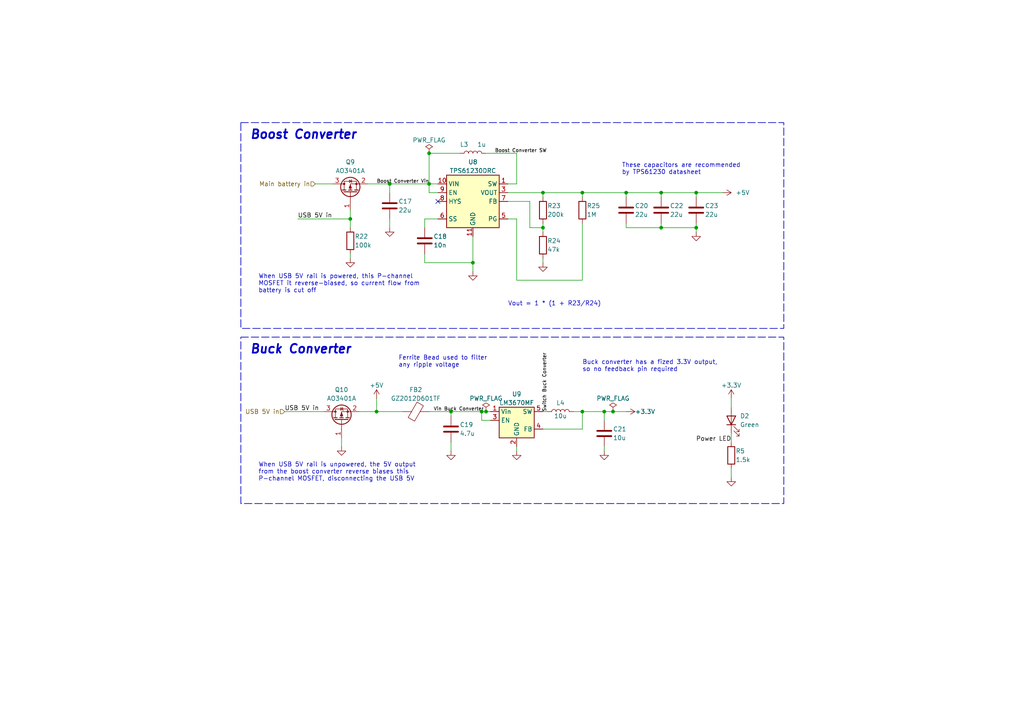
<source format=kicad_sch>
(kicad_sch (version 20230121) (generator eeschema)
  (paper "A4")
  (title_block (title "Power Supply") (date "2023-09-29") (rev "1.1"))
  (lib_symbols
    (symbol "Device:C" (pin_numbers hide) (pin_names (offset 0.254))
      (property "Reference" "C" (at 0.635 2.54 0))
      (property "Value" "C" (at 0.635 -2.54 0))
      (symbol "C_0_1"
        (polyline (pts (xy -2.032 -0.762) (xy 2.032 -0.762)) (stroke (width 0.508)))
        (polyline (pts (xy -2.032 0.762) (xy 2.032 0.762)) (stroke (width 0.508)))
      )
      (symbol "C_1_1"
        (pin passive line (at 0 3.81 270) (length 2.794) (name "~") (number "1"))
        (pin passive line (at 0 -3.81 90) (length 2.794) (name "~") (number "2"))
      )
    )
    (symbol "Device:FerriteBead" (pin_numbers hide) (pin_names (offset 0))
      (property "Reference" "FB" (at -3.81 0.635 90))
      (property "Value" "FerriteBead" (at 3.81 0 90))
      (symbol "FerriteBead_0_1"
        (polyline (pts (xy 0 -1.27) (xy 0 -1.2192)))
        (polyline (pts (xy 0 1.27) (xy 0 1.2954)))
        (polyline (pts (xy -2.7686 0.4064) (xy -1.7018 2.2606) (xy 2.7686 -0.3048) (xy 1.6764 -2.159) (xy -2.7686 0.4064)))
      )
      (symbol "FerriteBead_1_1"
        (pin passive line (at 0 3.81 270) (length 2.54) (name "~") (number "1"))
        (pin passive line (at 0 -3.81 90) (length 2.54) (name "~") (number "2"))
      )
    )
    (symbol "Device:L" (pin_numbers hide) (pin_names (offset 1.016) hide)
      (property "Reference" "L" (at -1.27 0 90))
      (property "Value" "L" (at 1.905 0 90))
      (symbol "L_0_1"
        (arc (start 0 -2.54) (mid 0.6323 -1.905) (end 0 -1.27))
        (arc (start 0 -1.27) (mid 0.6323 -0.635) (end 0 0))
        (arc (start 0 0) (mid 0.6323 0.635) (end 0 1.27))
        (arc (start 0 1.27) (mid 0.6323 1.905) (end 0 2.54))
      )
      (symbol "L_1_1"
        (pin passive line (at 0 3.81 270) (length 1.27) (name "1") (number "1"))
        (pin passive line (at 0 -3.81 90) (length 1.27) (name "2") (number "2"))
      )
    )
    (symbol "Device:LED" (pin_numbers hide) (pin_names (offset 1.016) hide)
      (property "Reference" "D" (at 0 2.54 0))
      (property "Value" "LED" (at 0 -2.54 0))
      (symbol "LED_0_1"
        (polyline (pts (xy -1.27 -1.27) (xy -1.27 1.27)) (stroke (width 0.254)))
        (polyline (pts (xy -1.27 0) (xy 1.27 0)))
        (polyline (pts (xy 1.27 -1.27) (xy 1.27 1.27) (xy -1.27 0) (xy 1.27 -1.27)) (stroke (width 0.254)))
        (polyline (pts (xy -3.048 -0.762) (xy -4.572 -2.286) (xy -3.81 -2.286) (xy -4.572 -2.286) (xy -4.572 -1.524)))
        (polyline (pts (xy -1.778 -0.762) (xy -3.302 -2.286) (xy -2.54 -2.286) (xy -3.302 -2.286) (xy -3.302 -1.524)))
      )
      (symbol "LED_1_1"
        (pin passive line (at -3.81 0 0) (length 2.54) (name "K") (number "1"))
        (pin passive line (at 3.81 0 180) (length 2.54) (name "A") (number "2"))
      )
    )
    (symbol "Device:R" (pin_numbers hide) (pin_names (offset 0))
      (property "Reference" "R" (at 2.032 0 90))
      (property "Value" "R" (at 0 0 90))
      (symbol "R_0_1"
        (rectangle (start -1.016 -2.54) (end 1.016 2.54) (stroke (width 0.254)))
      )
      (symbol "R_1_1"
        (pin passive line (at 0 3.81 270) (length 1.27) (name "~") (number "1"))
        (pin passive line (at 0 -3.81 90) (length 1.27) (name "~") (number "2"))
      )
    )
    (symbol "Regulator_Switching:LM3670MF"
      (property "Reference" "U" (at -5.08 5.08 0))
      (property "Value" "LM3670MF" (at 0 5.08 0))
      (symbol "LM3670MF_0_1"
        (rectangle (start -5.08 3.81) (end 5.08 -5.08) (stroke (width 0.254)) (fill (type background)))
      )
      (symbol "LM3670MF_1_1"
        (pin power_in line (at -7.62 2.54 0) (length 2.54) (name "Vin") (number "1"))
        (pin power_in line (at 0 -7.62 90) (length 2.54) (name "GND") (number "2"))
        (pin input line (at -7.62 0 0) (length 2.54) (name "EN") (number "3"))
        (pin input line (at 7.62 -2.54 180) (length 2.54) (name "FB") (number "4"))
        (pin input line (at 7.62 2.54 180) (length 2.54) (name "SW") (number "5"))
      )
    )
    (symbol "Regulator_Switching:TPS61230DRC"
      (property "Reference" "U" (at -7.62 11.43 0))
      (property "Value" "TPS61230DRC" (at -7.62 8.89 0))
      (symbol "TPS61230DRC_0_1"
        (rectangle (start -7.62 7.62) (end 7.62 -7.62) (stroke (width 0.254)) (fill (type background)))
      )
      (symbol "TPS61230DRC_1_1"
        (pin power_out line (at 10.16 5.08 180) (length 2.54) (name "SW") (number "1"))
        (pin power_in line (at -10.16 5.08 0) (length 2.54) (name "VIN") (number "10"))
        (pin power_in line (at 0 -10.16 90) (length 2.54) (name "GND") (number "11"))
        (pin passive line (at 10.16 5.08 180) (length 2.54) hide (name "SW") (number "2"))
        (pin power_out line (at 10.16 2.54 180) (length 2.54) (name "VOUT") (number "3"))
        (pin passive line (at 10.16 2.54 180) (length 2.54) hide (name "VOUT") (number "4"))
        (pin output line (at 10.16 -5.08 180) (length 2.54) (name "PG") (number "5"))
        (pin input line (at -10.16 -5.08 0) (length 2.54) (name "SS") (number "6"))
        (pin input line (at 10.16 0 180) (length 2.54) (name "FB") (number "7"))
        (pin output line (at -10.16 0 0) (length 2.54) (name "HYS") (number "8"))
        (pin input line (at -10.16 2.54 0) (length 2.54) (name "EN") (number "9"))
      )
    )
    (symbol "Transistor_FET:AO3401A" (pin_names hide)
      (property "Reference" "Q" (at 5.08 1.905 0))
      (property "Value" "AO3401A" (at 5.08 0 0))
      (symbol "AO3401A_0_1"
        (polyline (pts (xy 0.254 0) (xy -2.54 0)))
        (polyline (pts (xy 0.254 1.905) (xy 0.254 -1.905)) (stroke (width 0.254)))
        (polyline (pts (xy 0.762 -1.27) (xy 0.762 -2.286)) (stroke (width 0.254)))
        (polyline (pts (xy 0.762 0.508) (xy 0.762 -0.508)) (stroke (width 0.254)))
        (polyline (pts (xy 0.762 2.286) (xy 0.762 1.27)) (stroke (width 0.254)))
        (polyline (pts (xy 2.54 2.54) (xy 2.54 1.778)))
        (polyline (pts (xy 2.54 -2.54) (xy 2.54 0) (xy 0.762 0)))
        (polyline (pts (xy 0.762 1.778) (xy 3.302 1.778) (xy 3.302 -1.778) (xy 0.762 -1.778)))
        (polyline (pts (xy 2.286 0) (xy 1.27 0.381) (xy 1.27 -0.381) (xy 2.286 0)) (fill (type outline)))
        (polyline (pts (xy 2.794 -0.508) (xy 2.921 -0.381) (xy 3.683 -0.381) (xy 3.81 -0.254)))
        (polyline (pts (xy 3.302 -0.381) (xy 2.921 0.254) (xy 3.683 0.254) (xy 3.302 -0.381)))
        (circle (center 1.651 0) (radius 2.794) (stroke (width 0.254)))
        (circle (center 2.54 -1.778) (radius 0.254) (fill (type outline)))
        (circle (center 2.54 1.778) (radius 0.254) (fill (type outline)))
      )
      (symbol "AO3401A_1_1"
        (pin input line (at -5.08 0 0) (length 2.54) (name "G") (number "1"))
        (pin passive line (at 2.54 -5.08 90) (length 2.54) (name "S") (number "2"))
        (pin passive line (at 2.54 5.08 270) (length 2.54) (name "D") (number "3"))
      )
    )
    (symbol "power:+3.3V" (power) (pin_names (offset 0))
      (property "Value" "+3.3V" (at 0 3.556 0))
      (symbol "+3.3V_0_1"
        (polyline (pts (xy -0.762 1.27) (xy 0 2.54)))
        (polyline (pts (xy 0 0) (xy 0 2.54)))
        (polyline (pts (xy 0 2.54) (xy 0.762 1.27)))
      )
      (symbol "+3.3V_1_1"
        (pin power_in line (at 0 0 90) (length 0) hide (name "+3.3V") (number "1"))
      )
    )
    (symbol "power:+5V" (power) (pin_names (offset 0))
      (property "Value" "+5V" (at 0 3.556 0))
      (symbol "+5V_0_1"
        (polyline (pts (xy -0.762 1.27) (xy 0 2.54)))
        (polyline (pts (xy 0 0) (xy 0 2.54)))
        (polyline (pts (xy 0 2.54) (xy 0.762 1.27)))
      )
      (symbol "+5V_1_1"
        (pin power_in line (at 0 0 90) (length 0) hide (name "+5V") (number "1"))
      )
    )
    (symbol "power:GND" (power) (pin_names (offset 0))
      (property "Value" "GND" (at 0 -3.81 0))
      (symbol "GND_0_1"
        (polyline (pts (xy 0 0) (xy 0 -1.27) (xy 1.27 -1.27) (xy 0 -2.54) (xy -1.27 -1.27) (xy 0 -1.27)))
      )
      (symbol "GND_1_1"
        (pin power_in line (at 0 0 270) (length 0) hide (name "GND") (number "1"))
      )
    )
    (symbol "power:PWR_FLAG" (power) (pin_numbers hide) (pin_names (offset 0) hide)
      (property "Value" "PWR_FLAG" (at 0 3.81 0))
      (symbol "PWR_FLAG_0_0"
        (pin power_out line (at 0 0 90) (length 0) (name "pwr") (number "1"))
      )
      (symbol "PWR_FLAG_0_1"
        (polyline (pts (xy 0 0) (xy 0 1.27) (xy -1.016 1.905) (xy 0 2.54) (xy 1.016 1.905) (xy 0 1.27)))
      )
    )
  )
  (junction (at 139.7 119.38))
  (junction (at 101.6 63.5))
  (junction (at 140.97 119.38))
  (junction (at 177.8 119.38))
  (junction (at 109.22 119.38))
  (junction (at 157.48 66.04))
  (junction (at 124.46 44.45))
  (junction (at 168.91 55.88))
  (junction (at 113.03 53.34))
  (junction (at 130.81 119.38))
  (junction (at 124.46 53.34))
  (junction (at 168.91 119.38))
  (junction (at 137.16 76.2))
  (junction (at 181.61 55.88))
  (junction (at 201.93 66.04))
  (junction (at 201.93 55.88))
  (junction (at 157.48 55.88))
  (junction (at 191.77 55.88))
  (junction (at 175.26 119.38))
  (junction (at 191.77 66.04))
  (no_connect (at 127 58.42))
  (wire (pts (xy 157.48 64.77) (xy 157.48 66.04)))
  (wire (pts (xy 124.46 53.34) (xy 127 53.34)))
  (wire (pts (xy 153.67 58.42) (xy 153.67 66.04)))
  (wire (pts (xy 149.86 129.54) (xy 149.86 130.81)))
  (wire (pts (xy 212.09 115.57) (xy 212.09 118.11)))
  (wire (pts (xy 99.06 127) (xy 99.06 129.54)))
  (wire (pts (xy 157.48 76.2) (xy 157.48 74.93)))
  (wire (pts (xy 104.14 119.38) (xy 109.22 119.38)))
  (wire (pts (xy 212.09 135.89) (xy 212.09 138.43)))
  (wire (pts (xy 137.16 76.2) (xy 137.16 78.74)))
  (wire (pts (xy 123.19 63.5) (xy 123.19 66.04)))
  (wire (pts (xy 101.6 60.96) (xy 101.6 63.5)))
  (wire (pts (xy 113.03 53.34) (xy 124.46 53.34)))
  (wire (pts (xy 212.09 125.73) (xy 212.09 128.27)))
  (wire (pts (xy 101.6 73.66) (xy 101.6 74.93)))
  (wire (pts (xy 127 63.5) (xy 123.19 63.5)))
  (wire (pts (xy 157.48 57.15) (xy 157.48 55.88)))
  (wire (pts (xy 147.32 55.88) (xy 157.48 55.88)))
  (wire (pts (xy 147.32 58.42) (xy 153.67 58.42)))
  (wire (pts (xy 124.46 119.38) (xy 130.81 119.38)))
  (wire (pts (xy 142.24 121.92) (xy 139.7 121.92)))
  (wire (pts (xy 113.03 53.34) (xy 113.03 55.88)))
  (wire (pts (xy 201.93 55.88) (xy 201.93 57.15)))
  (wire (pts (xy 130.81 119.38) (xy 139.7 119.38)))
  (wire (pts (xy 140.97 44.45) (xy 149.86 44.45)))
  (wire (pts (xy 139.7 121.92) (xy 139.7 119.38)))
  (wire (pts (xy 175.26 119.38) (xy 175.26 121.92)))
  (wire (pts (xy 168.91 124.46) (xy 168.91 119.38)))
  (wire (pts (xy 86.36 63.5) (xy 101.6 63.5)))
  (wire (pts (xy 137.16 68.58) (xy 137.16 76.2)))
  (wire (pts (xy 147.32 53.34) (xy 149.86 53.34)))
  (wire (pts (xy 127 55.88) (xy 124.46 55.88)))
  (wire (pts (xy 153.67 66.04) (xy 157.48 66.04)))
  (wire (pts (xy 191.77 55.88) (xy 191.77 57.15)))
  (wire (pts (xy 109.22 119.38) (xy 116.84 119.38)))
  (wire (pts (xy 157.48 124.46) (xy 168.91 124.46)))
  (wire (pts (xy 101.6 63.5) (xy 101.6 66.04)))
  (wire (pts (xy 168.91 64.77) (xy 168.91 81.28)))
  (wire (pts (xy 140.97 119.38) (xy 142.24 119.38)))
  (wire (pts (xy 191.77 64.77) (xy 191.77 66.04)))
  (wire (pts (xy 191.77 66.04) (xy 201.93 66.04)))
  (wire (pts (xy 157.48 55.88) (xy 168.91 55.88)))
  (wire (pts (xy 123.19 76.2) (xy 137.16 76.2)))
  (wire (pts (xy 201.93 66.04) (xy 201.93 67.31)))
  (wire (pts (xy 130.81 128.27) (xy 130.81 130.81)))
  (wire (pts (xy 113.03 63.5) (xy 113.03 66.04)))
  (wire (pts (xy 168.91 55.88) (xy 181.61 55.88)))
  (wire (pts (xy 177.8 119.38) (xy 175.26 119.38)))
  (wire (pts (xy 168.91 55.88) (xy 168.91 57.15)))
  (wire (pts (xy 177.8 119.38) (xy 181.61 119.38)))
  (wire (pts (xy 168.91 119.38) (xy 166.37 119.38)))
  (wire (pts (xy 109.22 115.57) (xy 109.22 119.38)))
  (wire (pts (xy 91.44 53.34) (xy 96.52 53.34)))
  (wire (pts (xy 133.35 44.45) (xy 124.46 44.45)))
  (wire (pts (xy 124.46 55.88) (xy 124.46 53.34)))
  (wire (pts (xy 106.68 53.34) (xy 113.03 53.34)))
  (wire (pts (xy 181.61 66.04) (xy 191.77 66.04)))
  (wire (pts (xy 123.19 73.66) (xy 123.19 76.2)))
  (wire (pts (xy 124.46 44.45) (xy 124.46 53.34)))
  (wire (pts (xy 130.81 119.38) (xy 130.81 120.65)))
  (wire (pts (xy 139.7 119.38) (xy 140.97 119.38)))
  (wire (pts (xy 149.86 44.45) (xy 149.86 53.34)))
  (wire (pts (xy 181.61 55.88) (xy 181.61 57.15)))
  (wire (pts (xy 181.61 55.88) (xy 191.77 55.88)))
  (wire (pts (xy 82.55 119.38) (xy 93.98 119.38)))
  (wire (pts (xy 181.61 64.77) (xy 181.61 66.04)))
  (wire (pts (xy 201.93 55.88) (xy 191.77 55.88)))
  (wire (pts (xy 175.26 129.54) (xy 175.26 130.81)))
  (wire (pts (xy 149.86 63.5) (xy 149.86 81.28)))
  (wire (pts (xy 168.91 81.28) (xy 149.86 81.28)))
  (wire (pts (xy 157.48 67.31) (xy 157.48 66.04)))
  (wire (pts (xy 201.93 66.04) (xy 201.93 64.77)))
  (wire (pts (xy 201.93 55.88) (xy 209.55 55.88)))
  (wire (pts (xy 157.48 119.38) (xy 158.75 119.38)))
  (wire (pts (xy 168.91 119.38) (xy 175.26 119.38)))
  (wire (pts (xy 149.86 63.5) (xy 147.32 63.5)))
  (rectangle (start 69.85 35.56) (end 227.33 95.25) (stroke (width 0.2) (type dash)))
  (rectangle (start 69.85 97.79) (end 227.33 146.05) (stroke (width 0.2) (type dash)))
  (text "Ferrite Bead used to filter\nany ripple voltage" (at 115.57 106.68 0) (effects (font (size 1.27 1.27)) (justify left bottom)))
  (text "When USB 5V rail is unpowered, the 5V output \nfrom the boost converter reverse biases this\nP-channel MOSFET, disconnecting the USB 5V" (at 74.93 139.7 0) (effects (font (size 1.27 1.27)) (justify left bottom)))
  (text "Vout = 1 * (1 + R23/R24)" (at 147.32 88.9 0) (effects (font (size 1.27 1.27)) (justify left bottom)))
  (text "These capacitors are recommended\nby TPS61230 datasheet" (at 180.34 50.8 0) (effects (font (size 1.27 1.27)) (justify left bottom)))
  (text "Buck Converter" (at 72.39 102.87 0) (effects (font (size 2.54 2.54) (thickness 0.508) bold italic) (justify left bottom)))
  (text "Buck converter has a fized 3.3V output,\nso no feedback pin required" (at 168.91 107.95 0) (effects (font (size 1.27 1.27)) (justify left bottom)))
  (text "When USB 5V rail is powered, this P-channel\nMOSFET it reverse-biased, so current flow from\nbattery is cut off" (at 74.93 85.09 0) (effects (font (size 1.27 1.27)) (justify left bottom)))
  (text "Boost Converter" (at 72.39 40.64 0) (effects (font (size 2.54 2.54) (thickness 0.508) bold italic) (justify left bottom)))
  (label "USB 5V in" (at 82.55 119.38 0))
  (label "Switch Buck Converter" (at 158.75 119.38 90) (effects (font (size 1 1))))
  (label "Boost Converter SW" (at 143.51 44.45 0) (effects (font (size 1 1))))
  (label "Boost Converter Vin" (at 109.22 53.34 0) (effects (font (size 1 1))))
  (label "USB 5V in" (at 86.36 63.5 0))
  (label "Vin Buck Converter" (at 125.73 119.38 0) (effects (font (size 1 1))))
  (label "Power LED" (at 212.09 128.27 180))
  (hierarchical_label "USB 5V in" (shape input) (at 82.55 119.38 180))
  (hierarchical_label "Main battery in" (shape input) (at 91.44 53.34 180))
  (symbol (lib_id "Device:R") (at 212.09 132.08 0) (unit 1)
    (property "Reference" "R5" (at 213.36 130.81 0) (effects (justify left)))
    (property "Value" "1.5k" (at 213.36 133.35 0) (effects (justify left)))
    (property "Footprint" "Resistor_SMD:R_0603_1608Metric" (effects hide))
    (instances (project "Flight Computer" (path "" (reference "R5") (unit 1)) (path "" (reference "R24") (unit 1))))
  )
  (symbol (lib_id "Transistor_FET:AO3401A") (at 101.6 55.88 90) (unit 1)
    (property "Reference" "Q9" (at 101.6 46.99 90))
    (property "Value" "AO3401A" (at 101.6 49.53 90))
    (property "Footprint" "Package_TO_SOT_SMD:SOT-23" (effects hide))
    (property "Datasheet" "http://www.aosmd.com/pdfs/datasheet/AO3401A.pdf" (effects hide))
  )
  (symbol (lib_id "power:GND") (at 212.09 138.43 0) (unit 1)
    (property "Reference" "#PWR077" (effects hide))
    (property "Value" "GND" (effects hide))
    (instances (project "Flight Computer" (path "" (reference "#PWR077") (unit 1)) (path "" (reference "#PWR087") (unit 1))))
  )
  (symbol (lib_id "power:GND") (at 137.16 78.74 0) (unit 1)
    (property "Reference" "#PWR066" (effects hide))
    (property "Value" "GND" (effects hide))
    (instances (project "Flight Computer" (path "" (reference "#PWR066") (unit 1)) (path "" (reference "#PWR067") (unit 1))))
  )
  (symbol (lib_id "Device:FerriteBead") (at 120.65 119.38 90) (unit 1)
    (property "Reference" "FB2" (at 120.5992 113.03 90))
    (property "Value" "GZ2012D601TF" (at 120.5992 115.57 90))
    (property "Footprint" "Inductor_SMD:L_0805_2012Metric" (effects hide))
  )
  (symbol (lib_id "power:+3.3V") (at 212.09 115.57 0) (unit 1)
    (property "Reference" "#PWR076" (effects hide))
    (property "Value" "+3.3V" (at 212.09 111.76 0))
    (instances (project "Flight Computer" (path "" (reference "#PWR076") (unit 1)) (path "" (reference "#PWR077") (unit 1))))
  )
  (symbol (lib_id "Device:R") (at 168.91 60.96 0) (unit 1)
    (property "Reference" "R25" (at 170.18 59.69 0) (effects (justify left)))
    (property "Value" "1M" (at 170.18 62.23 0) (effects (justify left)))
    (property "Footprint" "Resistor_SMD:R_0402_1005Metric" (effects hide))
    (instances (project "Flight Computer" (path "" (reference "R25") (unit 1)) (path "" (reference "R23") (unit 1))))
  )
  (symbol (lib_id "Regulator_Switching:LM3670MF") (at 149.86 121.92 0) (unit 1)
    (property "Reference" "U9" (at 149.86 114.3 0))
    (property "Value" "LM3670MF" (at 149.86 116.84 0))
    (property "Footprint" "Package_TO_SOT_SMD:TSOT-23-5" (effects hide))
    (property "Datasheet" "http://www.ti.com/lit/ds/symlink/lm3670.pdf" (effects hide))
  )
  (symbol (lib_id "Device:C") (at 123.19 69.85 0) (unit 1)
    (property "Reference" "C18" (at 125.73 68.58 0) (effects (justify left)))
    (property "Value" "10n" (at 125.73 71.12 0) (effects (justify left)))
    (property "Footprint" "Capacitor_SMD:C_0402_1005Metric" (effects hide))
  )
  (symbol (lib_id "power:GND") (at 99.06 129.54 0) (unit 1)
    (property "Reference" "#PWR065" (effects hide))
    (property "Value" "GND" (effects hide))
    (instances (project "Flight Computer" (path "" (reference "#PWR065") (unit 1)) (path "" (reference "#PWR061") (unit 1))))
  )
  (symbol (lib_id "power:PWR_FLAG") (at 140.97 119.38 0) (unit 1)
    (property "Reference" "#FLG02" (effects hide))
    (property "Value" "PWR_FLAG" (at 140.97 115.57 0))
    (instances (project "Flight Computer" (path "" (reference "#FLG02") (unit 1)) (path "" (reference "#FLG07") (unit 1)) (path "" (reference "#FLG03") (unit 1))))
  )
  (symbol (lib_id "power:GND") (at 101.6 74.93 0) (unit 1)
    (property "Reference" "#PWR063" (effects hide))
    (property "Value" "GND" (effects hide))
  )
  (symbol (lib_id "Device:R") (at 157.48 71.12 0) (unit 1)
    (property "Reference" "R24" (at 158.75 69.85 0) (effects (justify left)))
    (property "Value" "47k" (at 158.75 72.39 0) (effects (justify left)))
    (property "Footprint" "Resistor_SMD:R_0402_1005Metric" (effects hide))
    (instances (project "Flight Computer" (path "" (reference "R24") (unit 1)) (path "" (reference "R22") (unit 1))))
  )
  (symbol (lib_id "power:GND") (at 157.48 76.2 0) (unit 1)
    (property "Reference" "#PWR068" (effects hide))
    (property "Value" "GND" (effects hide))
    (instances (project "Flight Computer" (path "" (reference "#PWR068") (unit 1)) (path "" (reference "#PWR069") (unit 1))))
  )
  (symbol (lib_id "power:GND") (at 149.86 130.81 0) (unit 1)
    (property "Reference" "#PWR069" (effects hide))
    (property "Value" "GND" (effects hide))
    (instances (project "Flight Computer" (path "" (reference "#PWR069") (unit 1)) (path "" (reference "#PWR068") (unit 1))))
  )
  (symbol (lib_id "power:GND") (at 201.93 67.31 0) (unit 1)
    (property "Reference" "#PWR072" (effects hide))
    (property "Value" "GND" (effects hide))
  )
  (symbol (lib_id "Device:R") (at 101.6 69.85 0) (unit 1)
    (property "Reference" "R22" (at 102.87 68.58 0) (effects (justify left)))
    (property "Value" "100k" (at 102.87 71.12 0) (effects (justify left)))
    (property "Footprint" "Resistor_SMD:R_0402_1005Metric" (effects hide))
    (instances (project "Flight Computer" (path "" (reference "R22") (unit 1)) (path "" (reference "R1") (unit 1))))
  )
  (symbol (lib_id "power:PWR_FLAG") (at 124.46 44.45 0) (unit 1)
    (property "Reference" "#FLG02" (effects hide))
    (property "Value" "PWR_FLAG" (at 124.46 40.64 0))
    (instances (project "Flight Computer" (path "" (reference "#FLG02") (unit 1)) (path "" (reference "#FLG06") (unit 1)) (path "" (reference "#FLG01") (unit 1))))
  )
  (symbol (lib_id "Device:C") (at 113.03 59.69 0) (unit 1)
    (property "Reference" "C17" (at 115.57 58.42 0) (effects (justify left)))
    (property "Value" "22u" (at 115.57 60.96 0) (effects (justify left)))
    (property "Footprint" "Capacitor_SMD:C_0805_2012Metric" (effects hide))
  )
  (symbol (lib_id "Transistor_FET:AO3401A") (at 99.06 121.92 90) (unit 1)
    (property "Reference" "Q10" (at 99.06 113.03 90))
    (property "Value" "AO3401A" (at 99.06 115.57 90))
    (property "Footprint" "Package_TO_SOT_SMD:SOT-23" (effects hide))
    (property "Datasheet" "http://www.aosmd.com/pdfs/datasheet/AO3401A.pdf" (effects hide))
    (instances (project "Flight Computer" (path "" (reference "Q10") (unit 1)) (path "" (reference "Q4") (unit 1))))
  )
  (symbol (lib_id "Device:C") (at 130.81 124.46 0) (unit 1)
    (property "Reference" "C19" (at 133.35 123.19 0) (effects (justify left)))
    (property "Value" "4.7u" (at 133.35 125.73 0) (effects (justify left)))
    (property "Footprint" "Capacitor_SMD:C_0603_1608Metric" (effects hide))
  )
  (symbol (lib_id "Device:C") (at 201.93 60.96 0) (unit 1)
    (property "Reference" "C23" (at 204.47 59.69 0) (effects (justify left)))
    (property "Value" "22u" (at 204.47 62.23 0) (effects (justify left)))
    (property "Footprint" "Capacitor_SMD:C_0805_2012Metric" (effects hide))
  )
  (symbol (lib_id "Device:C") (at 175.26 125.73 0) (unit 1)
    (property "Reference" "C21" (at 177.8 124.46 0) (effects (justify left)))
    (property "Value" "10u" (at 177.8 127 0) (effects (justify left)))
    (property "Footprint" "Capacitor_SMD:C_0805_2012Metric" (effects hide))
    (instances (project "Flight Computer" (path "" (reference "C21") (unit 1)) (path "" (reference "C20") (unit 1))))
  )
  (symbol (lib_id "Device:L") (at 162.56 119.38 90) (unit 1)
    (property "Reference" "L4" (at 162.56 116.84 90))
    (property "Value" "10u" (at 162.56 120.65 90))
    (property "Footprint" "Inductor_SMD:L_Sunlord_SWPA4030S" (effects hide))
    (instances (project "Flight Computer" (path "" (reference "L4") (unit 1)) (path "" (reference "L2") (unit 1))))
  )
  (symbol (lib_id "power:GND") (at 175.26 130.81 0) (unit 1)
    (property "Reference" "#PWR070" (effects hide))
    (property "Value" "GND" (effects hide))
  )
  (symbol (lib_id "power:+5V") (at 209.55 55.88 270) (unit 1)
    (property "Reference" "#PWR088" (effects hide))
    (property "Value" "+5V" (at 213.36 55.88 90) (effects (justify left)))
    (instances (project "Flight Computer" (path "" (reference "#PWR088") (unit 1)) (path "" (reference "#PWR076") (unit 1))))
  )
  (symbol (lib_id "power:GND") (at 130.81 130.81 0) (unit 1)
    (property "Reference" "#PWR067" (effects hide))
    (property "Value" "GND" (effects hide))
    (instances (project "Flight Computer" (path "" (reference "#PWR067") (unit 1)) (path "" (reference "#PWR066") (unit 1))))
  )
  (symbol (lib_id "power:PWR_FLAG") (at 177.8 119.38 0) (unit 1)
    (property "Reference" "#FLG02" (effects hide))
    (property "Value" "PWR_FLAG" (at 177.8 115.57 0))
    (instances (project "Flight Computer" (path "" (reference "#FLG02") (unit 1)) (path "" (reference "#FLG03") (unit 1)) (path "" (reference "#FLG04") (unit 1))))
  )
  (symbol (lib_id "Device:R") (at 157.48 60.96 0) (unit 1)
    (property "Reference" "R23" (at 158.75 59.69 0) (effects (justify left)))
    (property "Value" "200k" (at 158.75 62.23 0) (effects (justify left)))
    (property "Footprint" "Resistor_SMD:R_0402_1005Metric" (effects hide))
    (instances (project "Flight Computer" (path "" (reference "R23") (unit 1)) (path "" (reference "R5") (unit 1))))
  )
  (symbol (lib_id "power:+3.3V") (at 181.61 119.38 270) (unit 1)
    (property "Reference" "#PWR071" (effects hide))
    (property "Value" "+3.3V" (at 184.15 119.38 90) (effects (justify left)))
  )
  (symbol (lib_id "power:GND") (at 113.03 66.04 0) (unit 1)
    (property "Reference" "#PWR064" (effects hide))
    (property "Value" "GND" (effects hide))
    (instances (project "Flight Computer" (path "" (reference "#PWR064") (unit 1)) (path "" (reference "#PWR065") (unit 1))))
  )
  (symbol (lib_id "Device:LED") (at 212.09 121.92 90) (unit 1)
    (property "Reference" "D2" (at 214.63 120.65 90) (effects (justify right)))
    (property "Value" "Green" (at 214.63 123.19 90) (effects (justify right)))
    (property "Footprint" "LED_SMD:LED_0805_2012Metric" (effects hide))
  )
  (symbol (lib_id "Regulator_Switching:TPS61230DRC") (at 137.16 58.42 0) (unit 1)
    (property "Reference" "U8" (at 137.16 46.99 0))
    (property "Value" "TPS61230DRC" (at 137.16 49.53 0))
    (property "Footprint" "Package_SON:Texas_S-PVSON-N10_ThermalVias" (effects hide))
    (property "Datasheet" "http://www.ti.com/lit/ds/symlink/tps61232.pdf" (effects hide))
  )
  (symbol (lib_id "power:+5V") (at 109.22 115.57 0) (unit 1)
    (property "Reference" "#PWR087" (effects hide))
    (property "Value" "+5V" (at 109.22 111.76 0))
    (instances (project "Flight Computer" (path "" (reference "#PWR087") (unit 1)) (path "" (reference "#PWR064") (unit 1))))
  )
  (symbol (lib_id "Device:C") (at 181.61 60.96 0) (unit 1)
    (property "Reference" "C20" (at 184.15 59.69 0) (effects (justify left)))
    (property "Value" "22u" (at 184.15 62.23 0) (effects (justify left)))
    (property "Footprint" "Capacitor_SMD:C_0805_2012Metric" (effects hide))
    (instances (project "Flight Computer" (path "" (reference "C20") (unit 1)) (path "" (reference "C21") (unit 1))))
  )
  (symbol (lib_id "Device:C") (at 191.77 60.96 0) (unit 1)
    (property "Reference" "C22" (at 194.31 59.69 0) (effects (justify left)))
    (property "Value" "22u" (at 194.31 62.23 0) (effects (justify left)))
    (property "Footprint" "Capacitor_SMD:C_0805_2012Metric" (effects hide))
  )
  (symbol (lib_id "Device:L") (at 137.16 44.45 90) (unit 1)
    (property "Reference" "L3" (at 134.62 41.91 90))
    (property "Value" "1u" (at 139.7 41.91 90))
    (property "Footprint" "Inductor_SMD:L_Sunlord_SWPA4030S" (effects hide))
    (instances (project "Flight Computer" (path "" (reference "L3") (unit 1)) (path "" (reference "L1") (unit 1))))
  )
)
</source>
